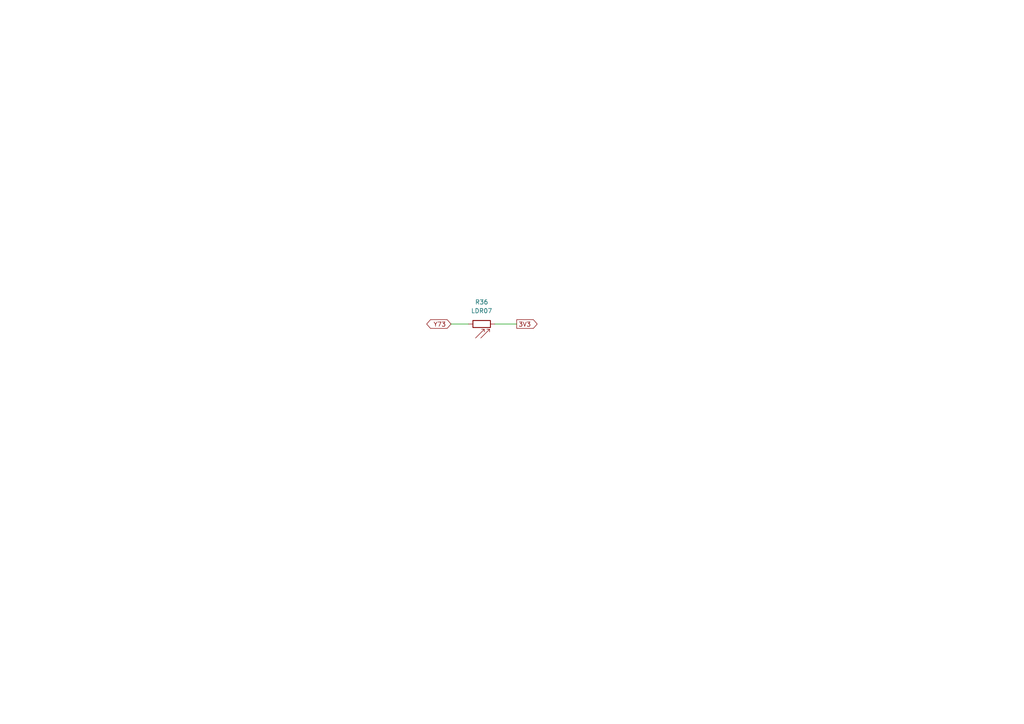
<source format=kicad_sch>
(kicad_sch (version 20231120) (generator "eeschema") (generator_version "8.0")
  (paper "A4")
  (lib_symbols
    (symbol "Sensor_Optical:LDR07" (pin_numbers hide) (pin_names (offset 0))
      (property "Reference" "R" (at -5.08 0 90))
      (property "Value" "LDR07" (at 1.905 0 90))
      (symbol "LDR07_0_1"
        (rectangle (start -1.016 2.54) (end 1.016 -2.54) (stroke (width 0.254)))
        (polyline (pts (xy -1.524 -2.286) (xy -4.064 0.254)))
        (polyline (pts (xy -1.524 -2.286) (xy -2.286 -2.286)))
        (polyline (pts (xy -1.524 -2.286) (xy -1.524 -1.524)))
        (polyline (pts (xy -1.524 -0.762) (xy -4.064 1.778)))
        (polyline (pts (xy -1.524 -0.762) (xy -2.286 -0.762)))
        (polyline (pts (xy -1.524 -0.762) (xy -1.524 0)))
      )
      (symbol "LDR07_1_1"
        (pin passive line (at 0 3.81 270) (length 1.27) (name "~") (number "1"))
        (pin passive line (at 0 -3.81 90) (length 1.27) (name "~") (number "2"))
      )
    )
  )
  (wire (pts (xy 130.81 93.98) (xy 135.89 93.98)))
  (wire (pts (xy 143.51 93.98) (xy 149.86 93.98)))
  (global_label "Y73" (shape bidirectional) (at 130.81 93.98 180) (property "Intersheetrefs" "${INTERSHEET_REFS}" (effects (hide yes))))
  (global_label "3V3" (shape output) (at 149.86 93.98 0) (property "Intersheetrefs" "${INTERSHEET_REFS}" (effects (hide yes))))
  (symbol (lib_id "Sensor_Optical:LDR07") (at 139.7 93.98 90) (unit 1)
    (property "Reference" "R36" (at 139.7 87.63 90))
    (property "Value" "LDR07" (at 139.7 90.17 90))
    (property "Footprint" "OptoDevice:R_LDR_5.1x4.3mm_P3.4mm_Vertical" (effects (hide yes)))
    (property "Datasheet" "http://www.tme.eu/de/Document/f2e3ad76a925811312d226c31da4cd7e/LDR07.pdf" (effects (hide yes)))
    (property "Description" "light dependent resistor" (effects (hide yes)))
  )
)
</source>
